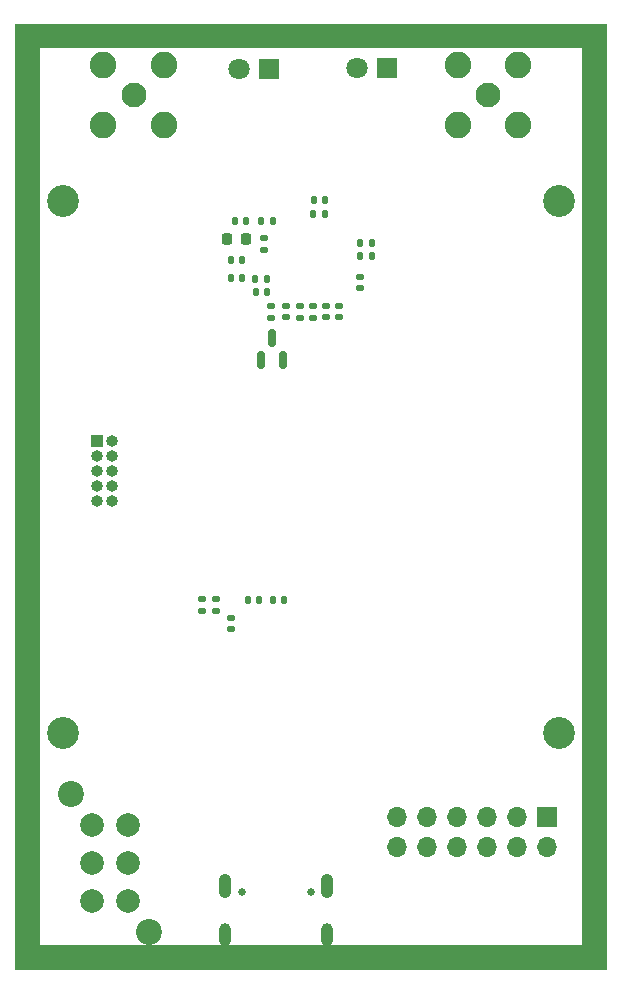
<source format=gbs>
%TF.GenerationSoftware,KiCad,Pcbnew,(6.0.6-0)*%
%TF.CreationDate,2023-01-17T18:34:31+00:00*%
%TF.ProjectId,max2871-evalboard,6d617832-3837-4312-9d65-76616c626f61,1.0*%
%TF.SameCoordinates,Original*%
%TF.FileFunction,Soldermask,Bot*%
%TF.FilePolarity,Negative*%
%FSLAX46Y46*%
G04 Gerber Fmt 4.6, Leading zero omitted, Abs format (unit mm)*
G04 Created by KiCad (PCBNEW (6.0.6-0)) date 2023-01-17 18:34:31*
%MOMM*%
%LPD*%
G01*
G04 APERTURE LIST*
G04 Aperture macros list*
%AMRoundRect*
0 Rectangle with rounded corners*
0 $1 Rounding radius*
0 $2 $3 $4 $5 $6 $7 $8 $9 X,Y pos of 4 corners*
0 Add a 4 corners polygon primitive as box body*
4,1,4,$2,$3,$4,$5,$6,$7,$8,$9,$2,$3,0*
0 Add four circle primitives for the rounded corners*
1,1,$1+$1,$2,$3*
1,1,$1+$1,$4,$5*
1,1,$1+$1,$6,$7*
1,1,$1+$1,$8,$9*
0 Add four rect primitives between the rounded corners*
20,1,$1+$1,$2,$3,$4,$5,0*
20,1,$1+$1,$4,$5,$6,$7,0*
20,1,$1+$1,$6,$7,$8,$9,0*
20,1,$1+$1,$8,$9,$2,$3,0*%
G04 Aperture macros list end*
%ADD10C,0.100000*%
%ADD11R,1.800000X1.800000*%
%ADD12C,1.800000*%
%ADD13C,2.700000*%
%ADD14R,1.000000X1.000000*%
%ADD15O,1.000000X1.000000*%
%ADD16C,2.000000*%
%ADD17C,2.200000*%
%ADD18C,0.650000*%
%ADD19O,1.000000X2.000000*%
%ADD20O,1.050000X2.100000*%
%ADD21R,1.700000X1.700000*%
%ADD22O,1.700000X1.700000*%
%ADD23C,2.100000*%
%ADD24C,2.250000*%
%ADD25RoundRect,0.140000X-0.170000X0.140000X-0.170000X-0.140000X0.170000X-0.140000X0.170000X0.140000X0*%
%ADD26RoundRect,0.140000X0.170000X-0.140000X0.170000X0.140000X-0.170000X0.140000X-0.170000X-0.140000X0*%
%ADD27RoundRect,0.140000X0.140000X0.170000X-0.140000X0.170000X-0.140000X-0.170000X0.140000X-0.170000X0*%
%ADD28RoundRect,0.135000X0.135000X0.185000X-0.135000X0.185000X-0.135000X-0.185000X0.135000X-0.185000X0*%
%ADD29RoundRect,0.140000X-0.140000X-0.170000X0.140000X-0.170000X0.140000X0.170000X-0.140000X0.170000X0*%
%ADD30RoundRect,0.135000X-0.185000X0.135000X-0.185000X-0.135000X0.185000X-0.135000X0.185000X0.135000X0*%
%ADD31RoundRect,0.135000X-0.135000X-0.185000X0.135000X-0.185000X0.135000X0.185000X-0.135000X0.185000X0*%
%ADD32RoundRect,0.150000X0.150000X-0.587500X0.150000X0.587500X-0.150000X0.587500X-0.150000X-0.587500X0*%
%ADD33RoundRect,0.218750X-0.218750X-0.256250X0.218750X-0.256250X0.218750X0.256250X-0.218750X0.256250X0*%
%ADD34RoundRect,0.135000X0.185000X-0.135000X0.185000X0.135000X-0.185000X0.135000X-0.185000X-0.135000X0*%
G04 APERTURE END LIST*
D10*
X50000000Y-50000000D02*
X100000000Y-50000000D01*
X100000000Y-50000000D02*
X100000000Y-52000000D01*
X100000000Y-52000000D02*
X50000000Y-52000000D01*
X50000000Y-52000000D02*
X50000000Y-50000000D01*
G36*
X50000000Y-50000000D02*
G01*
X100000000Y-50000000D01*
X100000000Y-52000000D01*
X50000000Y-52000000D01*
X50000000Y-50000000D01*
G37*
X50000000Y-50000000D02*
X52000000Y-50000000D01*
X52000000Y-50000000D02*
X52000000Y-130000000D01*
X52000000Y-130000000D02*
X50000000Y-130000000D01*
X50000000Y-130000000D02*
X50000000Y-50000000D01*
G36*
X50000000Y-50000000D02*
G01*
X52000000Y-50000000D01*
X52000000Y-130000000D01*
X50000000Y-130000000D01*
X50000000Y-50000000D01*
G37*
X98000000Y-50000000D02*
X100000000Y-50000000D01*
X100000000Y-50000000D02*
X100000000Y-130000000D01*
X100000000Y-130000000D02*
X98000000Y-130000000D01*
X98000000Y-130000000D02*
X98000000Y-50000000D01*
G36*
X98000000Y-50000000D02*
G01*
X100000000Y-50000000D01*
X100000000Y-130000000D01*
X98000000Y-130000000D01*
X98000000Y-50000000D01*
G37*
X50000000Y-130000000D02*
X100000000Y-130000000D01*
X100000000Y-130000000D02*
X100000000Y-128000000D01*
X100000000Y-128000000D02*
X50000000Y-128000000D01*
X50000000Y-128000000D02*
X50000000Y-130000000D01*
G36*
X50000000Y-130000000D02*
G01*
X100000000Y-130000000D01*
X100000000Y-128000000D01*
X50000000Y-128000000D01*
X50000000Y-130000000D01*
G37*
D11*
X71500000Y-53800000D03*
D12*
X68960000Y-53800000D03*
D13*
X96000000Y-65000000D03*
D14*
X56925000Y-85300000D03*
D15*
X58195000Y-85300000D03*
X56925000Y-86570000D03*
X58195000Y-86570000D03*
X56925000Y-87840000D03*
X58195000Y-87840000D03*
X56925000Y-89110000D03*
X58195000Y-89110000D03*
X56925000Y-90380000D03*
X58195000Y-90380000D03*
D16*
X59500000Y-117850400D03*
X59500000Y-121050400D03*
X59500000Y-124250400D03*
X56500000Y-117850400D03*
X56500000Y-121050400D03*
X56500000Y-124250400D03*
D17*
X61300000Y-126900400D03*
X54700000Y-115200400D03*
D13*
X54000000Y-110000000D03*
X96000000Y-110000000D03*
X54000000Y-65000000D03*
D18*
X74990000Y-123485000D03*
X69210000Y-123485000D03*
D19*
X76420000Y-127165000D03*
D20*
X76420000Y-122985000D03*
D19*
X67780000Y-127165000D03*
D20*
X67780000Y-122985000D03*
D21*
X95000000Y-117175000D03*
D22*
X95000000Y-119715000D03*
X92460000Y-117175000D03*
X92460000Y-119715000D03*
X89920000Y-117175000D03*
X89920000Y-119715000D03*
X87380000Y-117175000D03*
X87380000Y-119715000D03*
X84840000Y-117175000D03*
X84840000Y-119715000D03*
X82300000Y-117175000D03*
X82300000Y-119715000D03*
D23*
X60000000Y-56000000D03*
D24*
X57450000Y-53450000D03*
X62550000Y-58550000D03*
X62550000Y-53450000D03*
X57450000Y-58550000D03*
D11*
X81500000Y-53700000D03*
D12*
X78960000Y-53700000D03*
D23*
X90000000Y-56000000D03*
D24*
X92550000Y-53450000D03*
X87450000Y-53450000D03*
X87450000Y-58550000D03*
X92550000Y-58550000D03*
D25*
X68224400Y-100307200D03*
X68224400Y-101267200D03*
D26*
X65836800Y-99692400D03*
X65836800Y-98732400D03*
D27*
X70634800Y-98755200D03*
X69674800Y-98755200D03*
X69517200Y-66700400D03*
X68557200Y-66700400D03*
D28*
X71325200Y-71628000D03*
X70305200Y-71628000D03*
D29*
X71808400Y-98755200D03*
X72768400Y-98755200D03*
D30*
X75184000Y-73861200D03*
X75184000Y-74881200D03*
D29*
X75262800Y-64922400D03*
X76222800Y-64922400D03*
D28*
X76252800Y-66090800D03*
X75232800Y-66090800D03*
D31*
X70762400Y-66700400D03*
X71782400Y-66700400D03*
D25*
X72948800Y-73891200D03*
X72948800Y-74851200D03*
D26*
X66954400Y-99692400D03*
X66954400Y-98732400D03*
D31*
X79144400Y-69646800D03*
X80164400Y-69646800D03*
D32*
X72679600Y-78458300D03*
X70779600Y-78458300D03*
X71729600Y-76583300D03*
D33*
X67944900Y-68224400D03*
X69519900Y-68224400D03*
D31*
X79144400Y-68580000D03*
X80164400Y-68580000D03*
D34*
X71678800Y-74881200D03*
X71678800Y-73861200D03*
D26*
X76301600Y-74851200D03*
X76301600Y-73891200D03*
D29*
X68252400Y-70002400D03*
X69212400Y-70002400D03*
D27*
X71295200Y-72694800D03*
X70335200Y-72694800D03*
D26*
X71018400Y-69110800D03*
X71018400Y-68150800D03*
D30*
X74066400Y-73861200D03*
X74066400Y-74881200D03*
D25*
X77419200Y-73891200D03*
X77419200Y-74851200D03*
D29*
X68252400Y-71526400D03*
X69212400Y-71526400D03*
D25*
X79146400Y-71427400D03*
X79146400Y-72387400D03*
M02*

</source>
